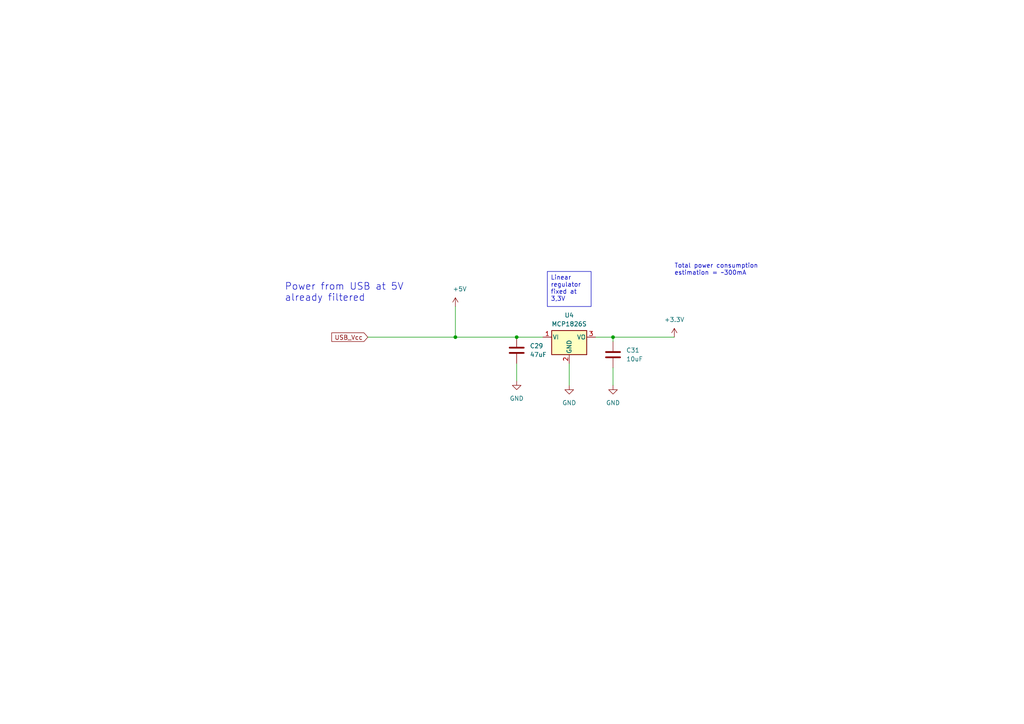
<source format=kicad_sch>
(kicad_sch (version 20230121) (generator eeschema)
  (paper "A4")
  (title_block (title "Polimi Board ") (date "2024-07-16") (rev "2.0") (company "Politecnico di Milano") (comment 1 "Embedded Systems Project") (comment 2 "ing. Zaccaria Eliseo Carrettoni"))
  (lib_symbols
    (symbol "Device:C" (pin_numbers hide) (pin_names (offset 0.254))
      (property "Reference" "C" (at 0.635 2.54 0))
      (property "Value" "C" (at 0.635 -2.54 0))
      (symbol "C_0_1"
        (polyline (pts (xy -2.032 -0.762) (xy 2.032 -0.762)) (stroke (width 0.508)))
        (polyline (pts (xy -2.032 0.762) (xy 2.032 0.762)) (stroke (width 0.508)))
      )
      (symbol "C_1_1"
        (pin passive line (at 0 3.81 270) (length 2.794) (name "~") (number "1"))
        (pin passive line (at 0 -3.81 90) (length 2.794) (name "~") (number "2"))
      )
    )
    (symbol "Regulator_Linear:MCP1826S" (pin_names (offset 0.254))
      (property "Reference" "U" (at -3.81 3.175 0))
      (property "Value" "MCP1826S" (at 0 3.175 0))
      (symbol "MCP1826S_0_1"
        (rectangle (start -5.08 1.905) (end 5.08 -5.08) (stroke (width 0.254)) (fill (type background)))
      )
      (symbol "MCP1826S_1_1"
        (pin power_in line (at -7.62 0 0) (length 2.54) (name "VI") (number "1"))
        (pin power_in line (at 0 -7.62 90) (length 2.54) (name "GND") (number "2"))
        (pin power_out line (at 7.62 0 180) (length 2.54) (name "VO") (number "3"))
      )
    )
    (symbol "power:+3.3V" (power) (pin_names (offset 0))
      (property "Value" "+3.3V" (at 0 3.556 0))
      (symbol "+3.3V_0_1"
        (polyline (pts (xy -0.762 1.27) (xy 0 2.54)))
        (polyline (pts (xy 0 0) (xy 0 2.54)))
        (polyline (pts (xy 0 2.54) (xy 0.762 1.27)))
      )
      (symbol "+3.3V_1_1"
        (pin power_in line (at 0 0 90) (length 0) hide (name "+3.3V") (number "1"))
      )
    )
    (symbol "power:+5V" (power) (pin_names (offset 0))
      (property "Value" "+5V" (at 0 3.556 0))
      (symbol "+5V_0_1"
        (polyline (pts (xy -0.762 1.27) (xy 0 2.54)))
        (polyline (pts (xy 0 0) (xy 0 2.54)))
        (polyline (pts (xy 0 2.54) (xy 0.762 1.27)))
      )
      (symbol "+5V_1_1"
        (pin power_in line (at 0 0 90) (length 0) hide (name "+5V") (number "1"))
      )
    )
    (symbol "power:GND" (power) (pin_names (offset 0))
      (property "Value" "GND" (at 0 -3.81 0))
      (symbol "GND_0_1"
        (polyline (pts (xy 0 0) (xy 0 -1.27) (xy 1.27 -1.27) (xy 0 -2.54) (xy -1.27 -1.27) (xy 0 -1.27)))
      )
      (symbol "GND_1_1"
        (pin power_in line (at 0 0 270) (length 0) hide (name "GND") (number "1"))
      )
    )
  )
  (junction (at 132.08 97.79))
  (junction (at 149.86 97.79))
  (junction (at 177.8 97.79))
  (wire (pts (xy 132.08 88.9) (xy 132.08 97.79)))
  (wire (pts (xy 172.72 97.79) (xy 177.8 97.79)))
  (wire (pts (xy 149.86 105.41) (xy 149.86 110.49)))
  (wire (pts (xy 132.08 97.79) (xy 149.86 97.79)))
  (wire (pts (xy 177.8 97.79) (xy 177.8 99.06)))
  (wire (pts (xy 177.8 106.68) (xy 177.8 111.76)))
  (wire (pts (xy 106.68 97.79) (xy 132.08 97.79)))
  (wire (pts (xy 177.8 97.79) (xy 195.58 97.79)))
  (wire (pts (xy 165.1 105.41) (xy 165.1 111.76)))
  (wire (pts (xy 149.86 97.79) (xy 157.48 97.79)))
  (text_box "Linear regulator fixed at 3,3V\n" (at 158.75 78.74 0) (size 12.7 10.16) (effects (font (size 1.27 1.27)) (justify left top)))
  (text "Total power consumption \nestimation = ~300mA" (at 195.58 80.01 0) (effects (font (size 1.27 1.27)) (justify left bottom)))
  (text "Power from USB at 5V \nalready filtered" (at 82.55 87.63 0) (effects (font (size 2 2)) (justify left bottom)))
  (global_label "USB_Vcc" (shape input) (at 106.68 97.79 180) (property "Intersheetrefs" "${INTERSHEET_REFS}" (effects hide)))
  (symbol (lib_id "power:GND") (at 177.8 111.76 0) (unit 1)
    (property "Reference" "#PWR053" (effects hide))
    (property "Value" "GND" (at 177.8 116.84 0))
  )
  (symbol (lib_id "power:+3.3V") (at 195.58 97.79 0) (unit 1)
    (property "Reference" "#PWR060" (effects hide))
    (property "Value" "+3.3V" (at 195.58 92.71 0))
  )
  (symbol (lib_id "Device:C") (at 177.8 102.87 0) (unit 1)
    (property "Reference" "C31" (at 181.61 101.6 0) (effects (justify left)))
    (property "Value" "10uF" (at 181.61 104.14 0) (effects (justify left)))
  )
  (symbol (lib_id "power:GND") (at 165.1 111.76 0) (unit 1)
    (property "Reference" "#PWR033" (effects hide))
    (property "Value" "GND" (at 165.1 116.84 0))
  )
  (symbol (lib_id "Device:C") (at 149.86 101.6 0) (unit 1)
    (property "Reference" "C29" (at 153.67 100.33 0) (effects (justify left)))
    (property "Value" "47uF" (at 153.67 102.87 0) (effects (justify left)))
  )
  (symbol (lib_id "Regulator_Linear:MCP1826S") (at 165.1 97.79 0) (unit 1)
    (property "Reference" "U4" (at 165.1 91.44 0))
    (property "Value" "MCP1826S" (at 165.1 93.98 0))
    (property "Footprint" "Package_TO_SOT_SMD:SOT-223-3_TabPin2" (effects hide))
    (property "Datasheet" "http://ww1.microchip.com/downloads/en/DeviceDoc/22057B.pdf" (effects hide))
  )
  (symbol (lib_id "power:GND") (at 149.86 110.49 0) (unit 1)
    (property "Reference" "#PWR032" (effects hide))
    (property "Value" "GND" (at 149.86 115.57 0))
  )
  (symbol (lib_id "power:+5V") (at 132.08 88.9 0) (unit 1)
    (property "Reference" "#PWR062" (effects hide))
    (property "Value" "+5V" (at 133.35 83.82 0))
  )
)
</source>
